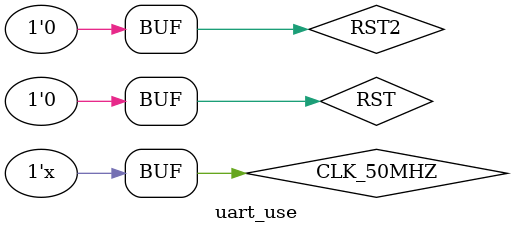
<source format=v>
`timescale 1ns / 1ps
module uart_use(
    );

reg RST, RST2;
wire CLK_RX, CLK_TX;
reg RD_EN;
wire DATA_RDY;
wire [7:0] DATA;
reg RX;
reg data_timeout;

/*** SIMULATION CLK ***/
reg CLK_50MHZ;


/*** GIVES NO OUTPUT ***/
UART_CLOCK #(.K(2416),.N(16))
              c1(.RST(RST), .CLK(CLK_50MHZ),.CLK_RX(CLK_RX),.CLK_TX(CLK_TX));

/*** GETS NO CLK_RX ***/
SERIAL_RX_FIFO rx( 	.CLK_RX(CLK_RX),
							.RST(~RST2),
							.RX(RX),
							.CLK_RD(CLK_TX),
							.RD_EN(RD_EN),
							
							.DATA_RDY(DATA_RDY),
							.DATA(DATA)
						);
			
/*** INITIAL ***/			
initial
	begin
	CLK_50MHZ = 0;
	RST = 0;
	RD_EN = 0;
	
	/** RST CLOCKS **/
	RST = 1;
	#10;
	RST = 0;
	
	/** RST RX/TX **/
	RST2 = 1;
	#500;
	RST2 = 0;
	end


always @( posedge DATA_RDY )
	begin
	RD_EN = 1;
	data_timeout = 5;
	end

always @( posedge CLK_TX )
	begin
	RX = $random % 2;
	
	if( data_timeout > 0 )
		data_timeout <= data_timeout - 1;
	if( data_timeout == 1 )
		RD_EN = 0;
	end

/*** SIMULATION CLK 50 MHZ ***/
always
	begin
	#1;
	CLK_50MHZ = ~CLK_50MHZ;
	end

endmodule

</source>
